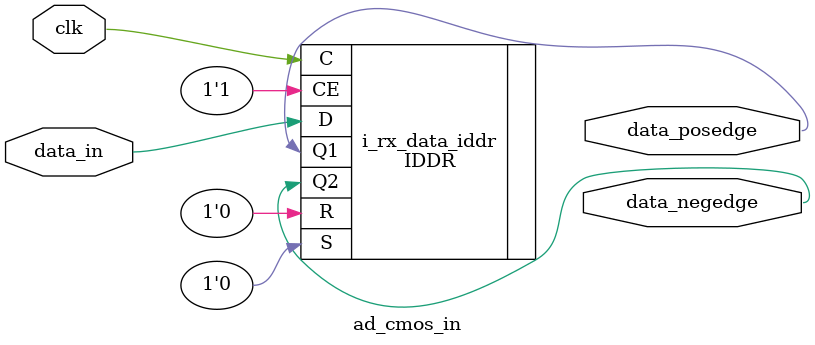
<source format=v>
`timescale 1ns / 1ps

module ad_cmos_in(
    // DDR clock
    clk,

    // DDR data input
    data_in,
    
    // Outputs (see UG471, page 109 - Input DDR)
    data_posedge,
    data_negedge
    
    );
    
    input   clk;
    
    input   data_in;
    
    output  data_posedge;
    output  data_negedge;
    
    IDDR #(
        .DDR_CLK_EDGE ("SAME_EDGE_PIPELINED"),
        .INIT_Q1 (1'b0),
        .INIT_Q2 (1'b0),
        .SRTYPE ("ASYNC"))
    i_rx_data_iddr (
        .CE (1'b1),
        .R (1'b0),
        .S (1'b0),
        .C (clk),
        .D (data_in),
        .Q1 (data_posedge),
        .Q2 (data_negedge));
endmodule

</source>
